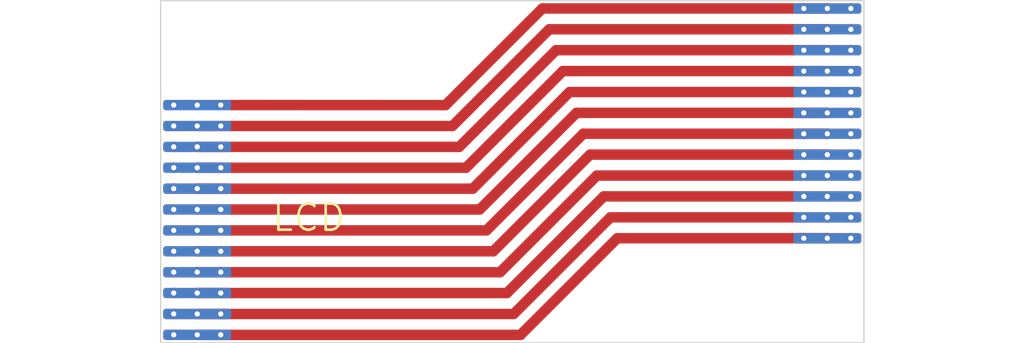
<source format=kicad_pcb>
(kicad_pcb (version 20240108) (generator "pcbnew") (generator_version "8.0")
  (layers (0 "F.Cu" signal) (31 "B.Cu" signal) (34 "B.Paste" user) (35 "F.Paste" user) (36 "B.SilkS" user "B.Silkscreen") (37 "F.SilkS" user "F.Silkscreen") (38 "B.Mask" user) (39 "F.Mask" user) (44 "Edge.Cuts" user))
  (net 0 "")
  (net 1 "Net-(J1-Pin_4)")
  (net 2 "Net-(J1-Pin_5)")
  (net 3 "Net-(J1-Pin_3)")
  (net 4 "Net-(J1-Pin_1)")
  (net 5 "Net-(J1-Pin_10)")
  (net 6 "Net-(J1-Pin_11)")
  (net 7 "Net-(J1-Pin_7)")
  (net 8 "Net-(J1-Pin_2)")
  (net 9 "Net-(J1-Pin_6)")
  (net 10 "Net-(J1-Pin_9)")
  (net 11 "Net-(J1-Pin_8)")
  (net 12 "Net-(J1-Pin_12)")
  (footprint "footprints:LCD-GMT020-02" (layer "F.Cu") (at 121.4 96.3)
    (property "Reference" "J1" (hide yes))
    (property "Value" "Conn_01x12_Pin")
    (pad "1" smd roundrect (at -1.3 -4.3975) (size 2.6 0.395) (layers "F.Cu" "F.Paste" "F.Mask") (net 4 "Net-(J1-Pin_1)"))
    (pad "2" smd roundrect (at -1.3 -3.6) (size 2.6 0.39) (layers "F.Cu" "F.Paste" "F.Mask") (net 8 "Net-(J1-Pin_2)"))
    (pad "3" smd roundrect (at -1.3 -2.8) (size 2.6 0.39) (layers "F.Cu" "F.Paste" "F.Mask") (net 3 "Net-(J1-Pin_3)"))
    (pad "4" smd roundrect (at -1.3 -2) (size 2.6 0.39) (layers "F.Cu" "F.Paste" "F.Mask") (net 1 "Net-(J1-Pin_4)"))
    (pad "5" smd roundrect (at -1.3 -1.1975) (size 2.6 0.395) (layers "F.Cu" "F.Paste" "F.Mask") (net 2 "Net-(J1-Pin_5)"))
    (pad "6" smd roundrect (at -1.3 -0.4) (size 2.6 0.39) (layers "F.Cu" "F.Paste" "F.Mask") (net 9 "Net-(J1-Pin_6)"))
    (pad "7" smd roundrect (at -1.3 0.4) (size 2.6 0.39) (layers "F.Cu" "F.Paste" "F.Mask") (net 7 "Net-(J1-Pin_7)"))
    (pad "8" smd roundrect (at -1.3 1.2) (size 2.6 0.39) (layers "F.Cu" "F.Paste" "F.Mask") (net 11 "Net-(J1-Pin_8)"))
    (pad "9" smd roundrect (at -1.3 2.0025) (size 2.6 0.395) (layers "F.Cu" "F.Paste" "F.Mask") (net 10 "Net-(J1-Pin_9)"))
    (pad "10" smd roundrect (at -1.3 2.8) (size 2.6 0.39) (layers "F.Cu" "F.Paste" "F.Mask") (net 5 "Net-(J1-Pin_10)"))
    (pad "11" smd roundrect (at -1.3 3.6025) (size 2.6 0.395) (layers "F.Cu" "F.Paste" "F.Mask") (net 6 "Net-(J1-Pin_11)"))
    (pad "12" smd roundrect (at -1.3 4.4025) (size 2.6 0.395) (layers "F.Cu" "F.Paste" "F.Mask") (net 12 "Net-(J1-Pin_12)"))
  )
  (footprint "footprints:LCD-GMT020-02" (layer "F.Cu") (at 145.5 92.5975)
    (property "Reference" "J3" (hide yes))
    (property "Value" "Conn_01x12_Pin")
    (pad "1" smd roundrect (at -1.3 -4.3975) (size 2.6 0.395) (layers "F.Cu" "F.Paste" "F.Mask") (net 4 "Net-(J1-Pin_1)"))
    (pad "2" smd roundrect (at -1.3 -3.6) (size 2.6 0.39) (layers "F.Cu" "F.Paste" "F.Mask") (net 8 "Net-(J1-Pin_2)"))
    (pad "3" smd roundrect (at -1.3 -2.8) (size 2.6 0.39) (layers "F.Cu" "F.Paste" "F.Mask") (net 3 "Net-(J1-Pin_3)"))
    (pad "4" smd roundrect (at -1.3 -2) (size 2.6 0.39) (layers "F.Cu" "F.Paste" "F.Mask") (net 1 "Net-(J1-Pin_4)"))
    (pad "5" smd roundrect (at -1.3 -1.1975) (size 2.6 0.395) (layers "F.Cu" "F.Paste" "F.Mask") (net 2 "Net-(J1-Pin_5)"))
    (pad "6" smd roundrect (at -1.3 -0.4) (size 2.6 0.39) (layers "F.Cu" "F.Paste" "F.Mask") (net 9 "Net-(J1-Pin_6)"))
    (pad "7" smd roundrect (at -1.3 0.4) (size 2.6 0.39) (layers "F.Cu" "F.Paste" "F.Mask") (net 7 "Net-(J1-Pin_7)"))
    (pad "8" smd roundrect (at -1.3 1.2) (size 2.6 0.39) (layers "F.Cu" "F.Paste" "F.Mask") (net 11 "Net-(J1-Pin_8)"))
    (pad "9" smd roundrect (at -1.3 2.0025) (size 2.6 0.395) (layers "F.Cu" "F.Paste" "F.Mask") (net 10 "Net-(J1-Pin_9)"))
    (pad "10" smd roundrect (at -1.3 2.8) (size 2.6 0.39) (layers "F.Cu" "F.Paste" "F.Mask") (net 5 "Net-(J1-Pin_10)"))
    (pad "11" smd roundrect (at -1.3 3.6025) (size 2.6 0.395) (layers "F.Cu" "F.Paste" "F.Mask") (net 6 "Net-(J1-Pin_11)"))
    (pad "12" smd roundrect (at -1.3 4.4025) (size 2.6 0.395) (layers "F.Cu" "F.Paste" "F.Mask") (net 12 "Net-(J1-Pin_12)"))
  )
  (footprint "footprints:LCD-GMT020-02" (layer "B.Cu") (at 142.9 92.6 180)
    (property "Reference" "J4" (hide yes))
    (property "Value" "Conn_01x12_Pin")
    (pad "1" smd roundrect (at -1.3 4.3975 180) (size 2.6 0.395) (layers "B.Cu" "B.Paste" "B.Mask") (net 4 "Net-(J1-Pin_1)"))
    (pad "2" smd roundrect (at -1.3 3.6 180) (size 2.6 0.39) (layers "B.Cu" "B.Paste" "B.Mask") (net 8 "Net-(J1-Pin_2)"))
    (pad "3" smd roundrect (at -1.3 2.8 180) (size 2.6 0.39) (layers "B.Cu" "B.Paste" "B.Mask") (net 3 "Net-(J1-Pin_3)"))
    (pad "4" smd roundrect (at -1.3 2 180) (size 2.6 0.39) (layers "B.Cu" "B.Paste" "B.Mask") (net 1 "Net-(J1-Pin_4)"))
    (pad "5" smd roundrect (at -1.3 1.1975 180) (size 2.6 0.395) (layers "B.Cu" "B.Paste" "B.Mask") (net 2 "Net-(J1-Pin_5)"))
    (pad "6" smd roundrect (at -1.3 0.4 180) (size 2.6 0.39) (layers "B.Cu" "B.Paste" "B.Mask") (net 9 "Net-(J1-Pin_6)"))
    (pad "7" smd roundrect (at -1.3 -0.4 180) (size 2.6 0.39) (layers "B.Cu" "B.Paste" "B.Mask") (net 7 "Net-(J1-Pin_7)"))
    (pad "8" smd roundrect (at -1.3 -1.2 180) (size 2.6 0.39) (layers "B.Cu" "B.Paste" "B.Mask") (net 11 "Net-(J1-Pin_8)"))
    (pad "9" smd roundrect (at -1.3 -2.0025 180) (size 2.6 0.395) (layers "B.Cu" "B.Paste" "B.Mask") (net 10 "Net-(J1-Pin_9)"))
    (pad "10" smd roundrect (at -1.3 -2.8 180) (size 2.6 0.39) (layers "B.Cu" "B.Paste" "B.Mask") (net 5 "Net-(J1-Pin_10)"))
    (pad "11" smd roundrect (at -1.3 -3.6025 180) (size 2.6 0.395) (layers "B.Cu" "B.Paste" "B.Mask") (net 6 "Net-(J1-Pin_11)"))
    (pad "12" smd roundrect (at -1.3 -4.4025 180) (size 2.6 0.395) (layers "B.Cu" "B.Paste" "B.Mask") (net 12 "Net-(J1-Pin_12)"))
  )
  (footprint "footprints:LCD-GMT020-02" (layer "B.Cu") (at 118.8 96.3 180)
    (property "Reference" "J2" (hide yes))
    (property "Value" "Conn_01x12_Pin")
    (pad "1" smd roundrect (at -1.3 4.3975 180) (size 2.6 0.395) (layers "B.Cu" "B.Paste" "B.Mask") (net 4 "Net-(J1-Pin_1)"))
    (pad "2" smd roundrect (at -1.3 3.6 180) (size 2.6 0.39) (layers "B.Cu" "B.Paste" "B.Mask") (net 8 "Net-(J1-Pin_2)"))
    (pad "3" smd roundrect (at -1.3 2.8 180) (size 2.6 0.39) (layers "B.Cu" "B.Paste" "B.Mask") (net 3 "Net-(J1-Pin_3)"))
    (pad "4" smd roundrect (at -1.3 2 180) (size 2.6 0.39) (layers "B.Cu" "B.Paste" "B.Mask") (net 1 "Net-(J1-Pin_4)"))
    (pad "5" smd roundrect (at -1.3 1.1975 180) (size 2.6 0.395) (layers "B.Cu" "B.Paste" "B.Mask") (net 2 "Net-(J1-Pin_5)"))
    (pad "6" smd roundrect (at -1.3 0.4 180) (size 2.6 0.39) (layers "B.Cu" "B.Paste" "B.Mask") (net 9 "Net-(J1-Pin_6)"))
    (pad "7" smd roundrect (at -1.3 -0.4 180) (size 2.6 0.39) (layers "B.Cu" "B.Paste" "B.Mask") (net 7 "Net-(J1-Pin_7)"))
    (pad "8" smd roundrect (at -1.3 -1.2 180) (size 2.6 0.39) (layers "B.Cu" "B.Paste" "B.Mask") (net 11 "Net-(J1-Pin_8)"))
    (pad "9" smd roundrect (at -1.3 -2.0025 180) (size 2.6 0.395) (layers "B.Cu" "B.Paste" "B.Mask") (net 10 "Net-(J1-Pin_9)"))
    (pad "10" smd roundrect (at -1.3 -2.8 180) (size 2.6 0.39) (layers "B.Cu" "B.Paste" "B.Mask") (net 5 "Net-(J1-Pin_10)"))
    (pad "11" smd roundrect (at -1.3 -3.6025 180) (size 2.6 0.395) (layers "B.Cu" "B.Paste" "B.Mask") (net 6 "Net-(J1-Pin_11)"))
    (pad "12" smd roundrect (at -1.3 -4.4025 180) (size 2.6 0.395) (layers "B.Cu" "B.Paste" "B.Mask") (net 12 "Net-(J1-Pin_12)"))
  )
  (gr_rect (start 118.7 87.9) (end 145.6 101) (stroke (width 0.05)) (fill none) (layer "Edge.Cuts"))
  (gr_text "LCD" (at 122.9 96.8 0) (layer "F.SilkS") (effects (font (size 1 1) (thickness 0.1)) (justify left bottom)))
  (segment (start 144.2 90.5975) (end 134.08448 90.5975) (width 0.4) (layer "F.Cu") (net 1))
  (segment (start 134.08448 90.5975) (end 130.38198 94.3) (width 0.4) (layer "F.Cu") (net 1))
  (segment (start 130.38198 94.3) (end 120.1 94.3) (width 0.4) (layer "F.Cu") (net 1))
  (via (at 121 94.3) (size 0.4) (drill 0.2) (layers "F.Cu" "B.Cu") (net 1))
  (via (at 145.1 90.6) (size 0.4) (drill 0.2) (layers "F.Cu" "B.Cu") (net 1))
  (via (at 143.3 90.6) (size 0.4) (drill 0.2) (layers "F.Cu" "B.Cu") (net 1))
  (via (at 120.1 94.3) (size 0.4) (drill 0.2) (layers "F.Cu" "B.Cu") (net 1))
  (via (at 144.2 90.6) (size 0.4) (drill 0.2) (layers "F.Cu" "B.Cu") (net 1))
  (via (at 119.2 94.3) (size 0.4) (drill 0.2) (layers "F.Cu" "B.Cu") (net 1))
  (segment (start 130.64014 95.1025) (end 120.1 95.1025) (width 0.4) (layer "F.Cu") (net 2))
  (segment (start 144.2 91.4) (end 134.34264 91.4) (width 0.4) (layer "F.Cu") (net 2))
  (segment (start 134.34264 91.4) (end 130.64014 95.1025) (width 0.4) (layer "F.Cu") (net 2))
  (via (at 143.3 91.4) (size 0.4) (drill 0.2) (layers "F.Cu" "B.Cu") (net 2))
  (via (at 144.2 91.4) (size 0.4) (drill 0.2) (layers "F.Cu" "B.Cu") (net 2))
  (via (at 145.1 91.4) (size 0.4) (drill 0.2) (layers "F.Cu" "B.Cu") (net 2))
  (via (at 120.1 95.1) (size 0.4) (drill 0.2) (layers "F.Cu" "B.Cu") (net 2))
  (via (at 119.2 95.1) (size 0.4) (drill 0.2) (layers "F.Cu" "B.Cu") (net 2))
  (via (at 121 95.1) (size 0.4) (drill 0.2) (layers "F.Cu" "B.Cu") (net 2))
  (segment (start 130.12132 93.5) (end 120.1 93.5) (width 0.4) (layer "F.Cu") (net 3))
  (segment (start 144.2 89.7975) (end 133.82382 89.7975) (width 0.4) (layer "F.Cu") (net 3))
  (segment (start 133.82382 89.7975) (end 130.12132 93.5) (width 0.4) (layer "F.Cu") (net 3))
  (via (at 120.1 93.5) (size 0.4) (drill 0.2) (layers "F.Cu" "B.Cu") (net 3))
  (via (at 145.1 89.8) (size 0.4) (drill 0.2) (layers "F.Cu" "B.Cu") (net 3))
  (via (at 119.2 93.5) (size 0.4) (drill 0.2) (layers "F.Cu" "B.Cu") (net 3))
  (via (at 143.3 89.8) (size 0.4) (drill 0.2) (layers "F.Cu" "B.Cu") (net 3))
  (via (at 121 93.5) (size 0.4) (drill 0.2) (layers "F.Cu" "B.Cu") (net 3))
  (via (at 144.2 89.8) (size 0.4) (drill 0.2) (layers "F.Cu" "B.Cu") (net 3))
  (segment (start 144.2 88.2) (end 133.3 88.2) (width 0.4) (layer "F.Cu") (net 4))
  (segment (start 133.3 88.2) (end 129.5975 91.9025) (width 0.4) (layer "F.Cu") (net 4))
  (segment (start 129.5975 91.9025) (end 121 91.9) (width 0.4) (layer "F.Cu") (net 4))
  (segment (start 121 91.9) (end 120.1 91.9) (width 0.4) (layer "F.Cu") (net 4))
  (segment (start 120.1 91.9) (end 120.1 91.9025) (width 0.4) (layer "F.Cu") (net 4))
  (via (at 119.2 91.9) (size 0.4) (drill 0.2) (layers "F.Cu" "B.Cu") (net 4))
  (via (at 120.1 91.9) (size 0.4) (drill 0.2) (layers "F.Cu" "B.Cu") (net 4))
  (via (at 145.1 88.2) (size 0.4) (drill 0.2) (layers "F.Cu" "B.Cu") (net 4))
  (via (at 144.2 88.2) (size 0.4) (drill 0.2) (layers "F.Cu" "B.Cu") (net 4))
  (via (at 121 91.9) (size 0.4) (drill 0.2) (layers "F.Cu" "B.Cu") (net 4))
  (via (at 143.3 88.2) (size 0.4) (drill 0.2) (layers "F.Cu" "B.Cu") (net 4))
  (segment (start 131.94594 99.1) (end 120.1 99.1) (width 0.4) (layer "F.Cu") (net 5))
  (segment (start 144.2 95.3975) (end 135.64844 95.3975) (width 0.4) (layer "F.Cu") (net 5))
  (segment (start 135.64844 95.3975) (end 131.94594 99.1) (width 0.4) (layer "F.Cu") (net 5))
  (via (at 119.2 99.1) (size 0.4) (drill 0.2) (layers "F.Cu" "B.Cu") (net 5))
  (via (at 143.3 95.4) (size 0.4) (drill 0.2) (layers "F.Cu" "B.Cu") (net 5))
  (via (at 120.1 99.1) (size 0.4) (drill 0.2) (layers "F.Cu" "B.Cu") (net 5))
  (via (at 144.2 95.4) (size 0.4) (drill 0.2) (layers "F.Cu" "B.Cu") (net 5))
  (via (at 121 99.1) (size 0.4) (drill 0.2) (layers "F.Cu" "B.Cu") (net 5))
  (via (at 145.1 95.4) (size 0.4) (drill 0.2) (layers "F.Cu" "B.Cu") (net 5))
  (segment (start 132.2041 99.9025) (end 120.1 99.9025) (width 0.4) (layer "F.Cu") (net 6))
  (segment (start 135.9066 96.2) (end 132.2041 99.9025) (width 0.4) (layer "F.Cu") (net 6))
  (segment (start 144.2 96.2) (end 135.9066 96.2) (width 0.4) (layer "F.Cu") (net 6))
  (via (at 145.1 96.2) (size 0.4) (drill 0.2) (layers "F.Cu" "B.Cu") (net 6))
  (via (at 144.2 96.2) (size 0.4) (drill 0.2) (layers "F.Cu" "B.Cu") (net 6))
  (via (at 143.3 96.2) (size 0.4) (drill 0.2) (layers "F.Cu" "B.Cu") (net 6))
  (via (at 120.1 99.9) (size 0.4) (drill 0.2) (layers "F.Cu" "B.Cu") (net 6))
  (via (at 121 99.9) (size 0.4) (drill 0.2) (layers "F.Cu" "B.Cu") (net 6))
  (via (at 119.2 99.9) (size 0.4) (drill 0.2) (layers "F.Cu" "B.Cu") (net 6))
  (segment (start 134.86646 92.9975) (end 131.16396 96.7) (width 0.4) (layer "F.Cu") (net 7))
  (segment (start 144.2 92.9975) (end 134.86646 92.9975) (width 0.4) (layer "F.Cu") (net 7))
  (segment (start 131.16396 96.7) (end 120.1 96.7) (width 0.4) (layer "F.Cu") (net 7))
  (via (at 121 96.7) (size 0.4) (drill 0.2) (layers "F.Cu" "B.Cu") (net 7))
  (via (at 143.3 93) (size 0.4) (drill 0.2) (layers "F.Cu" "B.Cu") (net 7))
  (via (at 145.1 93) (size 0.4) (drill 0.2) (layers "F.Cu" "B.Cu") (net 7))
  (via (at 120.1 96.7) (size 0.4) (drill 0.2) (layers "F.Cu" "B.Cu") (net 7))
  (via (at 144.2 93) (size 0.4) (drill 0.2) (layers "F.Cu" "B.Cu") (net 7))
  (via (at 119.2 96.7) (size 0.4) (drill 0.2) (layers "F.Cu" "B.Cu") (net 7))
  (segment (start 144.2 88.9975) (end 133.56316 88.9975) (width 0.4) (layer "F.Cu") (net 8))
  (segment (start 133.56316 88.9975) (end 130.43033 92.13033) (width 0.4) (layer "F.Cu") (net 8))
  (segment (start 129.86066 92.7) (end 120.1 92.7) (width 0.4) (layer "F.Cu") (net 8))
  (segment (start 130.43033 92.13033) (end 129.86066 92.7) (width 0.4) (layer "F.Cu") (net 8))
  (via (at 121 92.7) (size 0.4) (drill 0.2) (layers "F.Cu" "B.Cu") (net 8))
  (via (at 119.2 92.7) (size 0.4) (drill 0.2) (layers "F.Cu" "B.Cu") (net 8))
  (via (at 144.2 89) (size 0.4) (drill 0.2) (layers "F.Cu" "B.Cu") (net 8))
  (via (at 120.1 92.7) (size 0.4) (drill 0.2) (layers "F.Cu" "B.Cu") (net 8))
  (via (at 143.3 89) (size 0.4) (drill 0.2) (layers "F.Cu" "B.Cu") (net 8))
  (via (at 145.1 89) (size 0.4) (drill 0.2) (layers "F.Cu" "B.Cu") (net 8))
  (segment (start 134.6058 92.1975) (end 130.9033 95.9) (width 0.4) (layer "F.Cu") (net 9))
  (segment (start 130.9033 95.9) (end 120.1 95.9) (width 0.4) (layer "F.Cu") (net 9))
  (segment (start 144.2 92.1975) (end 134.6058 92.1975) (width 0.4) (layer "F.Cu") (net 9))
  (via (at 145.1 92.2) (size 0.4) (drill 0.2) (layers "F.Cu" "B.Cu") (net 9))
  (via (at 144.2 92.2) (size 0.4) (drill 0.2) (layers "F.Cu" "B.Cu") (net 9))
  (via (at 119.2 95.9) (size 0.4) (drill 0.2) (layers "F.Cu" "B.Cu") (net 9))
  (via (at 143.3 92.2) (size 0.4) (drill 0.2) (layers "F.Cu" "B.Cu") (net 9))
  (via (at 120.1 95.9) (size 0.4) (drill 0.2) (layers "F.Cu" "B.Cu") (net 9))
  (via (at 121 95.9) (size 0.4) (drill 0.2) (layers "F.Cu" "B.Cu") (net 9))
  (segment (start 144.2 94.6) (end 135.38528 94.6) (width 0.4) (layer "F.Cu") (net 10))
  (segment (start 135.38528 94.6) (end 131.68278 98.3025) (width 0.4) (layer "F.Cu") (net 10))
  (segment (start 131.68278 98.3025) (end 120.1 98.3025) (width 0.4) (layer "F.Cu") (net 10))
  (via (at 144.2 94.6) (size 0.4) (drill 0.2) (layers "F.Cu" "B.Cu") (net 10))
  (via (at 120.1 98.3) (size 0.4) (drill 0.2) (layers "F.Cu" "B.Cu") (net 10))
  (via (at 119.2 98.3) (size 0.4) (drill 0.2) (layers "F.Cu" "B.Cu") (net 10))
  (via (at 121 98.3) (size 0.4) (drill 0.2) (layers "F.Cu" "B.Cu") (net 10))
  (via (at 143.3 94.6) (size 0.4) (drill 0.2) (layers "F.Cu" "B.Cu") (net 10))
  (via (at 145.1 94.6) (size 0.4) (drill 0.2) (layers "F.Cu" "B.Cu") (net 10))
  (segment (start 135.12712 93.7975) (end 131.42462 97.5) (width 0.4) (layer "F.Cu") (net 11))
  (segment (start 131.42462 97.5) (end 120.1 97.5) (width 0.4) (layer "F.Cu") (net 11))
  (segment (start 144.2 93.7975) (end 135.12712 93.7975) (width 0.4) (layer "F.Cu") (net 11))
  (via (at 120.1 97.5) (size 0.4) (drill 0.2) (layers "F.Cu" "B.Cu") (net 11))
  (via (at 145.1 93.8) (size 0.4) (drill 0.2) (layers "F.Cu" "B.Cu") (net 11))
  (via (at 119.2 97.5) (size 0.4) (drill 0.2) (layers "F.Cu" "B.Cu") (net 11))
  (via (at 144.2 93.8) (size 0.4) (drill 0.2) (layers "F.Cu" "B.Cu") (net 11))
  (via (at 121 97.5) (size 0.4) (drill 0.2) (layers "F.Cu" "B.Cu") (net 11))
  (via (at 143.3 93.8) (size 0.4) (drill 0.2) (layers "F.Cu" "B.Cu") (net 11))
  (segment (start 144.2 97) (end 136.16726 97) (width 0.4) (layer "F.Cu") (net 12))
  (segment (start 136.16726 97) (end 132.46476 100.7025) (width 0.4) (layer "F.Cu") (net 12))
  (segment (start 132.46476 100.7025) (end 120.1 100.7025) (width 0.4) (layer "F.Cu") (net 12))
  (via (at 120.1 100.7) (size 0.4) (drill 0.2) (layers "F.Cu" "B.Cu") (net 12))
  (via (at 144.2 97) (size 0.4) (drill 0.2) (layers "F.Cu" "B.Cu") (net 12))
  (via (at 119.2 100.7) (size 0.4) (drill 0.2) (layers "F.Cu" "B.Cu") (net 12))
  (via (at 145.1 97) (size 0.4) (drill 0.2) (layers "F.Cu" "B.Cu") (net 12))
  (via (at 121 100.7) (size 0.4) (drill 0.2) (layers "F.Cu" "B.Cu") (net 12))
  (via (at 143.3 97) (size 0.4) (drill 0.2) (layers "F.Cu" "B.Cu") (net 12))
)
</source>
